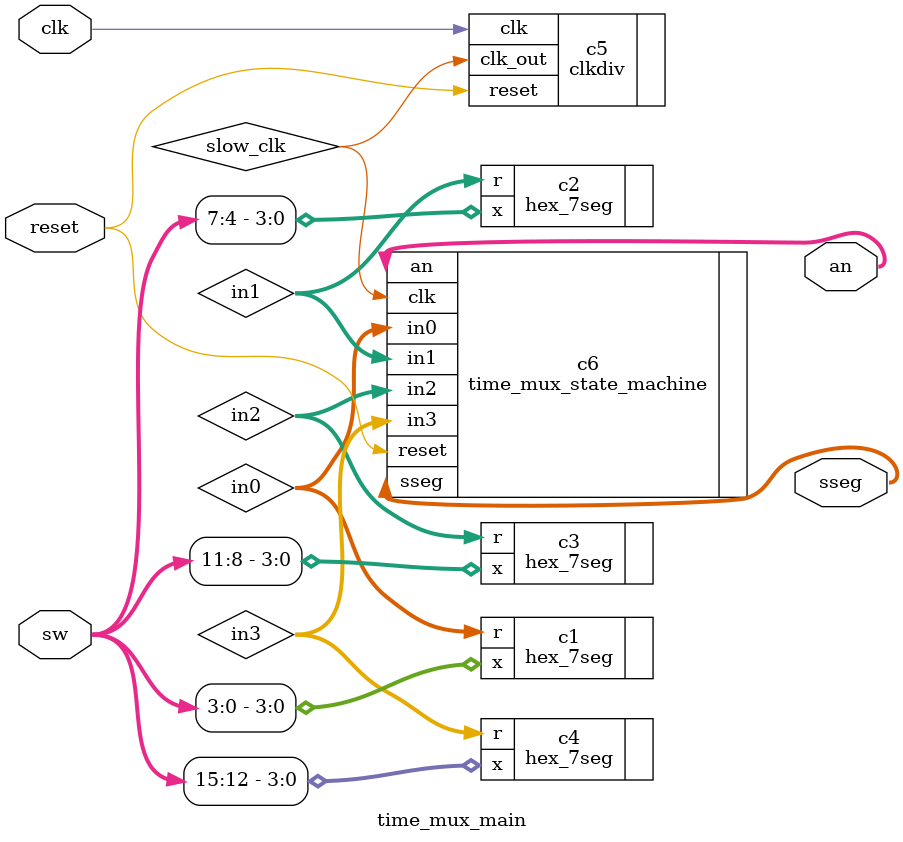
<source format=v>
`timescale 1ns / 1ps

`timescale 1ns/1ps

module time_mux_main(
    input clk,
    input reset,
    input [15:0] sw,
    output [3:0] an,
    output [6:0] sseg
    );
    
    wire[6:0] in0, in1, in2, in3;
    wire slow_clk;
    
    //Module instantiation
    hex_7seg c1 (.x(sw[3:0]), .r(in0));
    hex_7seg c2 (.x(sw[7:4]), .r(in1));
    hex_7seg c3 (.x(sw[11:8]), .r(in2));
    hex_7seg c4 (.x(sw[15:12]), .r(in3));
    
    //Module instantiation of clock divider
    clkdiv c5 (.clk(clk), .reset(reset), .clk_out(slow_clk));
    
    //Module instantiation of mux
    time_mux_state_machine c6(
        .clk(slow_clk),
        .reset(reset),
        .in0(in0),
        .in1(in1),
        .in2(in2),
        .in3(in3),
        .an(an),
        .sseg(sseg));
    
endmodule

</source>
